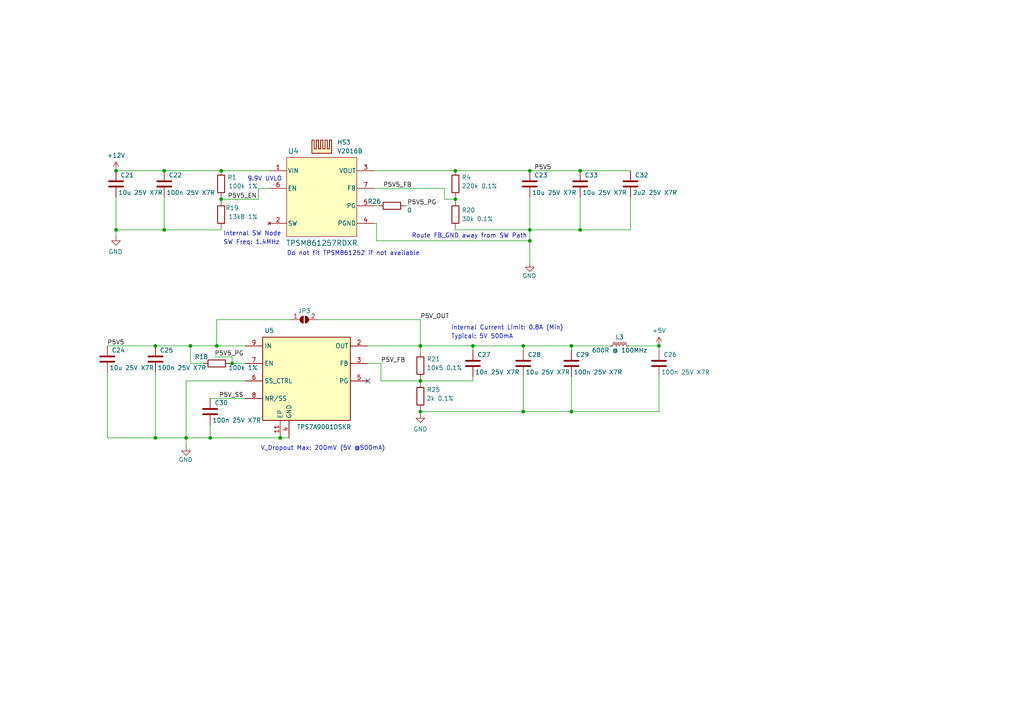
<source format=kicad_sch>
(kicad_sch (version 20230121) (generator eeschema)
  (paper "A4")
  (title_block (title "PSU_5V") (date "2024-10-04") (rev "r0_1") (company "M-Labs Limited") (comment 1 "Linus Woo Chun Kit") (comment 2 "linuswck@m-labs.hk"))
  (lib_symbols
    (symbol "Device:C" (pin_numbers hide) (pin_names (offset 0.254))
      (property "Reference" "C" (at 0.635 2.54 0))
      (property "Value" "C" (at 0.635 -2.54 0))
      (symbol "C_0_1"
        (polyline (pts (xy -2.032 -0.762) (xy 2.032 -0.762)) (stroke (width 0.508)))
        (polyline (pts (xy -2.032 0.762) (xy 2.032 0.762)) (stroke (width 0.508)))
      )
      (symbol "C_1_1"
        (pin passive line (at 0 3.81 270) (length 2.794) (name "~") (number "1"))
        (pin passive line (at 0 -3.81 90) (length 2.794) (name "~") (number "2"))
      )
    )
    (symbol "Device:L_Ferrite_Small" (pin_numbers hide) (pin_names (offset 0.254) hide)
      (property "Reference" "L" (at 1.27 1.016 0))
      (property "Value" "L_Ferrite_Small" (at 1.27 -1.27 0))
      (symbol "L_Ferrite_Small_0_1"
        (arc (start 0 -2.032) (mid 0.5058 -1.524) (end 0 -1.016))
        (arc (start 0 -1.016) (mid 0.5058 -0.508) (end 0 0))
        (polyline (pts (xy 0.762 -1.905) (xy 0.762 -1.651)))
        (polyline (pts (xy 0.762 -1.397) (xy 0.762 -1.143)))
        (polyline (pts (xy 0.762 -0.889) (xy 0.762 -0.635)))
        (polyline (pts (xy 0.762 -0.381) (xy 0.762 -0.127)))
        (polyline (pts (xy 0.762 0.127) (xy 0.762 0.381)))
        (polyline (pts (xy 0.762 0.635) (xy 0.762 0.889)))
        (polyline (pts (xy 0.762 1.143) (xy 0.762 1.397)))
        (polyline (pts (xy 0.762 1.651) (xy 0.762 1.905)))
        (polyline (pts (xy 1.016 -1.651) (xy 1.016 -1.905)))
        (polyline (pts (xy 1.016 -1.143) (xy 1.016 -1.397)))
        (polyline (pts (xy 1.016 -0.635) (xy 1.016 -0.889)))
        (polyline (pts (xy 1.016 -0.127) (xy 1.016 -0.381)))
        (polyline (pts (xy 1.016 0.381) (xy 1.016 0.127)))
        (polyline (pts (xy 1.016 0.889) (xy 1.016 0.635)))
        (polyline (pts (xy 1.016 1.397) (xy 1.016 1.143)))
        (polyline (pts (xy 1.016 1.905) (xy 1.016 1.651)))
        (arc (start 0 0) (mid 0.5058 0.508) (end 0 1.016))
        (arc (start 0 1.016) (mid 0.5058 1.524) (end 0 2.032))
      )
      (symbol "L_Ferrite_Small_1_1"
        (pin passive line (at 0 2.54 270) (length 0.508) (name "~") (number "1"))
        (pin passive line (at 0 -2.54 90) (length 0.508) (name "~") (number "2"))
      )
    )
    (symbol "Device:R" (pin_numbers hide) (pin_names (offset 0))
      (property "Reference" "R" (at 2.032 0 90))
      (property "Value" "R" (at 0 0 90))
      (symbol "R_0_1"
        (rectangle (start -1.016 -2.54) (end 1.016 2.54) (stroke (width 0.254)))
      )
      (symbol "R_1_1"
        (pin passive line (at 0 3.81 270) (length 1.27) (name "~") (number "1"))
        (pin passive line (at 0 -3.81 90) (length 1.27) (name "~") (number "2"))
      )
    )
    (symbol "Jumper:SolderJumper_2_Open" (pin_names (offset 0) hide)
      (property "Reference" "JP" (at 0 2.032 0))
      (property "Value" "SolderJumper_2_Open" (at 0 -2.54 0))
      (symbol "SolderJumper_2_Open_0_1"
        (arc (start -0.254 1.016) (mid -1.2656 0) (end -0.254 -1.016))
        (arc (start -0.254 1.016) (mid -1.2656 0) (end -0.254 -1.016) (fill (type outline)))
        (polyline (pts (xy -0.254 1.016) (xy -0.254 -1.016)))
        (polyline (pts (xy 0.254 1.016) (xy 0.254 -1.016)))
        (arc (start 0.254 -1.016) (mid 1.2656 0) (end 0.254 1.016))
        (arc (start 0.254 -1.016) (mid 1.2656 0) (end 0.254 1.016) (fill (type outline)))
      )
      (symbol "SolderJumper_2_Open_1_1"
        (pin passive line (at -3.81 0 0) (length 2.54) (name "A") (number "1"))
        (pin passive line (at 3.81 0 180) (length 2.54) (name "B") (number "2"))
      )
    )
    (symbol "Mechanical:Heatsink" (pin_names (offset 1.016))
      (property "Reference" "HS" (at 0 5.08 0))
      (property "Value" "Heatsink" (at 0 -1.27 0))
      (symbol "Heatsink_0_1"
        (polyline (pts (xy -0.3302 1.27) (xy -0.9652 1.27) (xy -0.9652 3.81) (xy -1.6002 3.81) (xy -1.6002 1.27) (xy -2.2352 1.27) (xy -2.2352 3.81) (xy -2.8702 3.81) (xy -2.8702 0) (xy -0.9652 0)) (stroke (width 0.254)) (fill (type background)))
        (polyline (pts (xy -0.3302 1.27) (xy -0.3302 3.81) (xy 0.3048 3.81) (xy 0.3048 1.27) (xy 0.9398 1.27) (xy 0.9398 3.81) (xy 1.5748 3.81) (xy 1.5748 1.27) (xy 2.2098 1.27) (xy 2.2098 3.81) (xy 2.8448 3.81) (xy 2.8448 0) (xy -0.9652 0)) (stroke (width 0.254)) (fill (type background)))
      )
    )
    (symbol "power:+12V" (power) (pin_names (offset 0))
      (property "Value" "+12V" (at 0 3.556 0))
      (symbol "+12V_0_1"
        (polyline (pts (xy -0.762 1.27) (xy 0 2.54)))
        (polyline (pts (xy 0 0) (xy 0 2.54)))
        (polyline (pts (xy 0 2.54) (xy 0.762 1.27)))
      )
      (symbol "+12V_1_1"
        (pin power_in line (at 0 0 90) (length 0) hide (name "+12V") (number "1"))
      )
    )
    (symbol "power:+5V" (power) (pin_names (offset 0))
      (property "Value" "+5V" (at 0 3.556 0))
      (symbol "+5V_0_1"
        (polyline (pts (xy -0.762 1.27) (xy 0 2.54)))
        (polyline (pts (xy 0 0) (xy 0 2.54)))
        (polyline (pts (xy 0 2.54) (xy 0.762 1.27)))
      )
      (symbol "+5V_1_1"
        (pin power_in line (at 0 0 90) (length 0) hide (name "+5V") (number "1"))
      )
    )
    (symbol "power:GND" (power) (pin_names (offset 0))
      (property "Value" "GND" (at 0 -3.81 0))
      (symbol "GND_0_1"
        (polyline (pts (xy 0 0) (xy 0 -1.27) (xy 1.27 -1.27) (xy 0 -2.54) (xy -1.27 -1.27) (xy 0 -1.27)))
      )
      (symbol "GND_1_1"
        (pin power_in line (at 0 0 270) (length 0) hide (name "GND") (number "1"))
      )
    )
    (symbol "shuttler_afe_psu:TPS7A9001DSKR"
      (property "Reference" "U" (at 5.08 5.08 0))
      (property "Value" "TPS7A9001DSKR" (at 13.97 -22.86 0))
      (symbol "TPS7A9001DSKR_1_1"
        (rectangle (start 5.08 2.54) (end 30.48 -21.59) (stroke (width 0.254)) (fill (type background)))
        (pin passive line (at 35.56 0 180) (length 5.08) hide (name "OUT_1") (number "1"))
        (pin passive line (at 0 0 0) (length 5.08) hide (name "IN_2") (number "10"))
        (pin passive line (at 10.16 -26.67 90) (length 5.08) (name "EP") (number "11"))
        (pin passive line (at 35.56 0 180) (length 5.08) (name "OUT") (number "2"))
        (pin passive line (at 35.56 -5.08 180) (length 5.08) (name "FB") (number "3"))
        (pin passive line (at 12.7 -26.67 90) (length 5.08) (name "GND") (number "4"))
        (pin passive line (at 35.56 -10.16 180) (length 5.08) (name "PG") (number "5"))
        (pin passive line (at 0 -10.16 0) (length 5.08) (name "SS_CTRL") (number "6"))
        (pin passive line (at 0 -5.08 0) (length 5.08) (name "EN") (number "7"))
        (pin passive line (at 0 -15.24 0) (length 5.08) (name "NR/SS") (number "8"))
        (pin passive line (at 0 0 0) (length 5.08) (name "IN") (number "9"))
      )
    )
    (symbol "shuttler_afe_psu:TPSM861257RDXR" (pin_names (offset 0.254))
      (property "Reference" "U" (at 6.35 5.08 0))
      (property "Value" "TPSM861257RDXR" (at 16.51 -20.32 0))
      (symbol "TPSM861257RDXR_0_1"
        (pin passive line (at 0 0 0) (length 5.08) (name "VIN") (number "1"))
        (pin passive line (at 30.48 0 180) (length 5.08) (name "VOUT") (number "3"))
        (pin passive line (at 30.48 -15.24 180) (length 5.08) (name "PGND") (number "4"))
        (pin passive line (at 30.48 -10.16 180) (length 5.08) (name "PG") (number "5"))
        (pin passive line (at 0 -5.08 0) (length 5.08) (name "EN") (number "6"))
        (pin passive line (at 30.48 -5.08 180) (length 5.08) (name "FB") (number "7"))
      )
      (symbol "TPSM861257RDXR_1_1"
        (rectangle (start 5.08 3.81) (end 25.4 -19.05) (fill (type background)))
        (pin no_connect line (at 0 -15.24 0) (length 5.08) (name "SW") (number "2"))
      )
    )
  )
  (junction (at 53.975 127))
  (junction (at 121.92 100.33))
  (junction (at 33.655 49.53))
  (junction (at 55.245 100.33))
  (junction (at 132.08 57.785))
  (junction (at 168.275 66.675))
  (junction (at 47.625 66.675))
  (junction (at 132.08 49.53))
  (junction (at 151.765 119.38))
  (junction (at 168.275 49.53))
  (junction (at 191.135 100.33))
  (junction (at 153.67 66.675))
  (junction (at 33.655 66.675))
  (junction (at 81.28 127))
  (junction (at 45.085 100.33))
  (junction (at 165.735 100.33))
  (junction (at 67.31 105.41))
  (junction (at 45.085 127))
  (junction (at 121.92 119.38))
  (junction (at 47.625 49.53))
  (junction (at 153.67 49.53))
  (junction (at 151.765 100.33))
  (junction (at 64.135 57.785))
  (junction (at 137.16 100.33))
  (junction (at 121.92 110.49))
  (junction (at 64.135 49.53))
  (junction (at 153.67 69.85))
  (junction (at 60.96 127))
  (junction (at 62.865 100.33))
  (junction (at 165.735 119.38))
  (no_connect (at 106.68 110.49))
  (wire (pts (xy 121.92 119.38) (xy 121.92 118.745)))
  (wire (pts (xy 151.765 109.22) (xy 151.765 119.38)))
  (wire (pts (xy 110.49 110.49) (xy 121.92 110.49)))
  (wire (pts (xy 132.08 49.53) (xy 153.67 49.53)))
  (wire (pts (xy 121.92 100.33) (xy 106.68 100.33)))
  (wire (pts (xy 168.275 57.15) (xy 168.275 66.675)))
  (wire (pts (xy 64.135 66.675) (xy 64.135 66.04)))
  (wire (pts (xy 60.96 127) (xy 60.96 123.19)))
  (wire (pts (xy 137.16 100.33) (xy 151.765 100.33)))
  (wire (pts (xy 33.655 49.53) (xy 47.625 49.53)))
  (wire (pts (xy 60.96 127) (xy 81.28 127)))
  (wire (pts (xy 45.085 127) (xy 31.115 127)))
  (wire (pts (xy 81.28 127) (xy 83.82 127)))
  (wire (pts (xy 121.92 111.125) (xy 121.92 110.49)))
  (wire (pts (xy 108.585 54.61) (xy 128.905 54.61)))
  (wire (pts (xy 59.055 105.41) (xy 55.245 105.41)))
  (wire (pts (xy 128.905 54.61) (xy 128.905 57.785)))
  (wire (pts (xy 191.135 100.33) (xy 182.245 100.33)))
  (wire (pts (xy 109.855 59.69) (xy 108.585 59.69)))
  (wire (pts (xy 121.92 110.49) (xy 121.92 109.855)))
  (wire (pts (xy 31.115 107.95) (xy 31.115 127)))
  (wire (pts (xy 64.135 57.785) (xy 64.135 57.15)))
  (wire (pts (xy 121.92 120.015) (xy 121.92 119.38)))
  (wire (pts (xy 137.16 110.49) (xy 121.92 110.49)))
  (wire (pts (xy 165.735 109.22) (xy 165.735 119.38)))
  (wire (pts (xy 33.655 68.58) (xy 33.655 66.675)))
  (wire (pts (xy 60.96 115.57) (xy 71.12 115.57)))
  (wire (pts (xy 151.765 100.33) (xy 151.765 101.6)))
  (wire (pts (xy 153.67 69.85) (xy 153.67 76.2)))
  (wire (pts (xy 132.08 66.675) (xy 153.67 66.675)))
  (wire (pts (xy 191.135 109.22) (xy 191.135 119.38)))
  (wire (pts (xy 47.625 49.53) (xy 64.135 49.53)))
  (wire (pts (xy 121.92 92.71) (xy 121.92 100.33)))
  (wire (pts (xy 64.135 49.53) (xy 78.105 49.53)))
  (wire (pts (xy 153.67 57.15) (xy 153.67 66.675)))
  (wire (pts (xy 191.135 119.38) (xy 165.735 119.38)))
  (wire (pts (xy 53.975 127) (xy 53.975 110.49)))
  (wire (pts (xy 66.675 105.41) (xy 67.31 105.41)))
  (wire (pts (xy 62.23 103.505) (xy 67.31 103.505)))
  (wire (pts (xy 132.08 57.15) (xy 132.08 57.785)))
  (wire (pts (xy 109.22 64.77) (xy 109.22 69.85)))
  (wire (pts (xy 137.16 109.22) (xy 137.16 110.49)))
  (wire (pts (xy 64.135 57.785) (xy 74.93 57.785)))
  (wire (pts (xy 109.22 69.85) (xy 153.67 69.85)))
  (wire (pts (xy 67.31 103.505) (xy 67.31 105.41)))
  (wire (pts (xy 132.08 49.53) (xy 108.585 49.53)))
  (wire (pts (xy 153.67 66.675) (xy 168.275 66.675)))
  (wire (pts (xy 106.68 105.41) (xy 110.49 105.41)))
  (wire (pts (xy 121.92 102.235) (xy 121.92 100.33)))
  (wire (pts (xy 45.085 107.95) (xy 45.085 127)))
  (wire (pts (xy 47.625 66.675) (xy 64.135 66.675)))
  (wire (pts (xy 153.67 66.675) (xy 153.67 69.85)))
  (wire (pts (xy 55.245 100.33) (xy 62.865 100.33)))
  (wire (pts (xy 74.93 54.61) (xy 78.105 54.61)))
  (wire (pts (xy 84.455 92.71) (xy 62.865 92.71)))
  (wire (pts (xy 109.22 64.77) (xy 108.585 64.77)))
  (wire (pts (xy 151.765 100.33) (xy 165.735 100.33)))
  (wire (pts (xy 132.08 57.785) (xy 132.08 58.42)))
  (wire (pts (xy 33.655 66.675) (xy 47.625 66.675)))
  (wire (pts (xy 191.135 101.6) (xy 191.135 100.33)))
  (wire (pts (xy 47.625 57.15) (xy 47.625 66.675)))
  (wire (pts (xy 31.115 100.33) (xy 45.085 100.33)))
  (wire (pts (xy 168.275 49.53) (xy 182.88 49.53)))
  (wire (pts (xy 153.67 49.53) (xy 168.275 49.53)))
  (wire (pts (xy 118.11 59.69) (xy 117.475 59.69)))
  (wire (pts (xy 55.245 105.41) (xy 55.245 100.33)))
  (wire (pts (xy 128.905 57.785) (xy 132.08 57.785)))
  (wire (pts (xy 137.16 100.33) (xy 121.92 100.33)))
  (wire (pts (xy 62.865 100.33) (xy 71.12 100.33)))
  (wire (pts (xy 53.975 110.49) (xy 71.12 110.49)))
  (wire (pts (xy 45.085 127) (xy 53.975 127)))
  (wire (pts (xy 92.075 92.71) (xy 121.92 92.71)))
  (wire (pts (xy 132.08 66.675) (xy 132.08 66.04)))
  (wire (pts (xy 45.085 100.33) (xy 55.245 100.33)))
  (wire (pts (xy 110.49 105.41) (xy 110.49 110.49)))
  (wire (pts (xy 182.88 66.675) (xy 182.88 57.15)))
  (wire (pts (xy 53.975 129.54) (xy 53.975 127)))
  (wire (pts (xy 137.16 101.6) (xy 137.16 100.33)))
  (wire (pts (xy 165.735 119.38) (xy 151.765 119.38)))
  (wire (pts (xy 74.93 57.785) (xy 74.93 54.61)))
  (wire (pts (xy 177.165 100.33) (xy 165.735 100.33)))
  (wire (pts (xy 33.655 57.15) (xy 33.655 66.675)))
  (wire (pts (xy 64.135 58.42) (xy 64.135 57.785)))
  (wire (pts (xy 62.865 92.71) (xy 62.865 100.33)))
  (wire (pts (xy 53.975 127) (xy 60.96 127)))
  (wire (pts (xy 151.765 119.38) (xy 121.92 119.38)))
  (wire (pts (xy 67.31 105.41) (xy 71.12 105.41)))
  (wire (pts (xy 182.88 66.675) (xy 168.275 66.675)))
  (wire (pts (xy 165.735 100.33) (xy 165.735 101.6)))
  (text "Do not fit TPSM861252 if not available" (at 83.185 74.295 0) (effects (font (size 1.27 1.27)) (justify left bottom)))
  (text "Typical: 5V 500mA" (at 130.81 98.425 0) (effects (font (size 1.27 1.27)) (justify left bottom)))
  (text "9.9V UVLO" (at 71.755 52.705 0) (effects (font (size 1.27 1.27)) (justify left bottom)))
  (text "Internal Current Limit: 0.8A (Min)" (at 130.81 95.885 0) (effects (font (size 1.27 1.27)) (justify left bottom)))
  (text "SW Freq: 1.4MHz" (at 64.77 71.12 0) (effects (font (size 1.27 1.27)) (justify left bottom)))
  (text "Internal SW Node" (at 64.77 68.58 0) (effects (font (size 1.27 1.27)) (justify left bottom)))
  (text "V_Dropout Max: 200mV (5V @500mA)" (at 75.565 130.81 0) (effects (font (size 1.27 1.27)) (justify left bottom)))
  (text "Route FB_GND away from SW Path" (at 119.38 69.215 0) (effects (font (size 1.27 1.27)) (justify left bottom)))
  (label "P5V5" (at 154.94 49.53 0))
  (label "P5V5_EN" (at 66.04 57.785 0))
  (label "P5V_FB" (at 110.49 105.41 0))
  (label "P5V5" (at 31.115 100.33 0))
  (label "P5V_OUT" (at 121.92 92.71 0))
  (label "P5V5_PG" (at 118.11 59.69 0))
  (label "P5V5_FB" (at 111.125 54.61 0))
  (label "P5V5_PG" (at 62.23 103.505 0))
  (label "P5V_SS" (at 63.5 115.57 0))
  (symbol (lib_id "Device:R") (at 132.08 53.34 0) (unit 1)
    (property "Reference" "R4" (at 135.255 51.435 0))
    (property "Value" "220k 0.1%" (at 139.065 53.975 0))
    (property "Footprint" "Resistor_SMD:R_0603_1608Metric" (effects hide))
    (property "MFR_PN" "CPF-A-0603B220KE" (effects hide))
  )
  (symbol (lib_id "power:GND") (at 33.655 68.58 0) (unit 1)
    (property "Reference" "#PWR027" (effects hide))
    (property "Value" "GND" (at 35.56 73.025 0) (effects (justify right)))
  )
  (symbol (lib_id "power:GND") (at 121.92 120.015 0) (unit 1)
    (property "Reference" "#PWR028" (effects hide))
    (property "Value" "GND" (at 121.92 124.46 0))
  )
  (symbol (lib_id "Device:C") (at 168.275 53.34 0) (unit 1)
    (property "Reference" "C33" (at 169.545 50.8 0) (effects (justify left)))
    (property "Value" "10u 25V X7R" (at 168.91 55.88 0) (effects (justify left)))
    (property "Footprint" "Capacitor_SMD:C_0805_2012Metric" (effects hide))
    (property "MFR_PN" "GRM21BZ71E106KE15L" (effects hide))
  )
  (symbol (lib_id "Device:C") (at 151.765 105.41 0) (unit 1)
    (property "Reference" "C28" (at 153.035 102.87 0) (effects (justify left)))
    (property "Value" "10u 25V X7R" (at 152.4 107.95 0) (effects (justify left)))
    (property "Footprint" "Capacitor_SMD:C_0805_2012Metric" (effects hide))
    (property "MFR_PN" "GRM21BZ71E106KE15L" (effects hide))
  )
  (symbol (lib_id "Device:C") (at 191.135 105.41 0) (unit 1)
    (property "Reference" "C26" (at 192.405 102.87 0) (effects (justify left)))
    (property "Value" "100n 25V X7R" (at 191.77 107.95 0) (effects (justify left)))
    (property "Footprint" "Capacitor_SMD:C_0603_1608Metric" (effects hide))
    (property "MFR_PN" "CC0603MPX7R8BB104" (effects hide))
  )
  (symbol (lib_id "Device:R") (at 62.865 105.41 90) (unit 1)
    (property "Reference" "R18" (at 58.42 103.505 90))
    (property "Value" "100k 1%" (at 70.485 106.68 90))
    (property "Footprint" "Resistor_SMD:R_0603_1608Metric" (effects hide))
    (property "MFR_PN" "CRCW0603100KFKEE" (effects hide))
  )
  (symbol (lib_id "Device:R") (at 64.135 53.34 0) (unit 1)
    (property "Reference" "R1" (at 67.31 51.435 0))
    (property "Value" "100k 1%" (at 70.485 53.975 0))
    (property "Footprint" "Resistor_SMD:R_0603_1608Metric" (effects hide))
    (property "MFR_PN" "CRCW0603100KFKEE" (effects hide))
  )
  (symbol (lib_id "power:GND") (at 53.975 129.54 0) (unit 1)
    (property "Reference" "#PWR029" (effects hide))
    (property "Value" "GND" (at 55.88 133.35 0) (effects (justify right)))
  )
  (symbol (lib_id "Device:C") (at 137.16 105.41 0) (unit 1)
    (property "Reference" "C27" (at 138.43 102.87 0) (effects (justify left)))
    (property "Value" "10n 25V X7R" (at 137.795 107.95 0) (effects (justify left)))
    (property "Footprint" "Capacitor_SMD:C_0603_1608Metric" (effects hide))
    (property "MFR_PN" "CL10B103KA8WPNC" (effects hide))
  )
  (symbol (lib_id "Device:C") (at 47.625 53.34 0) (unit 1)
    (property "Reference" "C22" (at 48.895 50.8 0) (effects (justify left)))
    (property "Value" "100n 25V X7R" (at 48.26 55.88 0) (effects (justify left)))
    (property "Footprint" "Capacitor_SMD:C_0603_1608Metric" (effects hide))
    (property "MFR_PN" "CC0603MPX7R8BB104" (effects hide))
  )
  (symbol (lib_id "power:+12V") (at 33.655 49.53 0) (unit 1)
    (property "Reference" "#PWR024" (effects hide))
    (property "Value" "+12V" (at 33.655 45.085 0))
  )
  (symbol (lib_id "Device:R") (at 132.08 62.23 180) (unit 1)
    (property "Reference" "R20" (at 135.89 60.96 0))
    (property "Value" "30k 0.1%" (at 138.43 63.5 0))
    (property "Footprint" "Resistor_SMD:R_0603_1608Metric" (effects hide))
    (property "MFR_PN" "ERA-3AEB303V" (effects hide))
  )
  (symbol (lib_id "power:+5V") (at 191.135 100.33 0) (unit 1)
    (property "Reference" "#PWR025" (effects hide))
    (property "Value" "+5V" (at 191.135 95.885 0))
  )
  (symbol (lib_id "Device:R") (at 121.92 114.935 0) (unit 1)
    (property "Reference" "R25" (at 125.73 113.03 0))
    (property "Value" "2k 0.1%" (at 127.635 115.57 0))
    (property "Footprint" "Resistor_SMD:R_0603_1608Metric" (effects hide))
    (property "MFR_PN" "ERA-3AEB202V" (effects hide))
  )
  (symbol (lib_id "Device:C") (at 31.115 104.14 0) (unit 1)
    (property "Reference" "C24" (at 32.385 101.6 0) (effects (justify left)))
    (property "Value" "10u 25V X7R" (at 31.75 106.68 0) (effects (justify left)))
    (property "Footprint" "Capacitor_SMD:C_0805_2012Metric" (effects hide))
    (property "MFR_PN" "GRM21BZ71E106KE15L" (effects hide))
  )
  (symbol (lib_id "power:GND") (at 153.67 76.2 0) (unit 1)
    (property "Reference" "#PWR026" (effects hide))
    (property "Value" "GND" (at 155.575 80.01 0) (effects (justify right)))
  )
  (symbol (lib_id "Device:R") (at 121.92 106.045 0) (unit 1)
    (property "Reference" "R21" (at 125.73 104.14 0))
    (property "Value" "10k5 0.1%" (at 128.905 106.68 0))
    (property "Footprint" "Resistor_SMD:R_0603_1608Metric" (effects hide))
    (property "MFR_PN" "ERA-3ARB1052V" (effects hide))
  )
  (symbol (lib_id "shuttler_afe_psu:TPSM861257RDXR") (at 78.105 49.53 0) (unit 1)
    (property "Reference" "U4" (at 85.09 43.815 0) (effects (font (size 1.524 1.524))))
    (property "Value" "TPSM861257RDXR" (at 93.345 70.485 0) (effects (font (size 1.524 1.524))))
    (property "Footprint" "shuttler_afe_psu:RDX0007A-MFG" (effects hide))
    (property "Datasheet" "TPSM861257RDXR" (effects hide))
    (property "MFR_PN" "TPSM861257RDXR" (effects hide))
  )
  (symbol (lib_id "Device:C") (at 153.67 53.34 0) (unit 1)
    (property "Reference" "C23" (at 154.94 50.8 0) (effects (justify left)))
    (property "Value" "10u 25V X7R" (at 154.305 55.88 0) (effects (justify left)))
    (property "Footprint" "Capacitor_SMD:C_0805_2012Metric" (effects hide))
    (property "MFR_PN" "GRM21BZ71E106KE15L" (effects hide))
  )
  (symbol (lib_id "Device:C") (at 182.88 53.34 0) (unit 1)
    (property "Reference" "C32" (at 184.15 50.8 0) (effects (justify left)))
    (property "Value" "2u2 25V X7R" (at 183.515 55.88 0) (effects (justify left)))
    (property "Footprint" "Capacitor_SMD:C_0805_2012Metric" (effects hide))
    (property "MFR_PN" "TMK212B7225KGHT" (effects hide))
  )
  (symbol (lib_id "Device:R") (at 64.135 62.23 180) (unit 1)
    (property "Reference" "R19" (at 67.31 60.325 0))
    (property "Value" "13k8 1%" (at 70.485 62.865 0))
    (property "Footprint" "Resistor_SMD:R_0603_1608Metric" (effects hide))
    (property "MFR_PN" "RT0603BRD0713K8L" (effects hide))
  )
  (symbol (lib_id "Device:C") (at 33.655 53.34 0) (unit 1)
    (property "Reference" "C21" (at 34.925 50.8 0) (effects (justify left)))
    (property "Value" "10u 25V X7R" (at 34.29 55.88 0) (effects (justify left)))
    (property "Footprint" "Capacitor_SMD:C_0805_2012Metric" (effects hide))
    (property "MFR_PN" "GRM21BZ71E106KE15L" (effects hide))
  )
  (symbol (lib_id "shuttler_afe_psu:TPS7A9001DSKR") (at 71.12 100.33 0) (unit 1)
    (property "Reference" "U5" (at 78.105 95.885 0))
    (property "Value" "TPS7A9001DSKR" (at 93.98 123.825 0))
    (property "Footprint" "SON50P250X250X80-11N-D" (effects hide))
    (property "Datasheet" "http://www.ti.com/lit/ds/symlink/tps7a90.pdf" (effects hide))
    (property "Height" "0.8" (effects hide))
    (property "Mouser Part Number" "595-TPS7A9001DSKR" (effects hide))
    (property "Mouser Price/Stock" "https://www.mouser.co.uk/ProductDetail/Texas-Instruments/TPS7A9001DSKR?qs=HXFqYaX1Q2yNBmXsSlbG3g%3D%3D" (effects hide))
    (property "Manufacturer_Name" "Texas Instruments" (effects hide))
    (property "Manufacturer_Part_Number" "TPS7A9001DSKR" (effects hide))
    (property "MFR_PN" "TPS7A9001DSKR" (effects hide))
  )
  (symbol (lib_id "Device:R") (at 113.665 59.69 270) (unit 1)
    (property "Reference" "R26" (at 108.585 58.42 90))
    (property "Value" "0" (at 118.745 60.96 90))
    (property "Footprint" "Resistor_SMD:R_0603_1608Metric" (effects hide))
    (property "MFR_PN" "MCT0603MZ0000ZPW00" (effects hide))
  )
  (symbol (lib_id "Jumper:SolderJumper_2_Open") (at 88.265 92.71 0) (unit 1) (in_bom no)
    (property "Reference" "JP3" (at 88.265 90.17 0))
    (property "Value" "SolderJumper_2_Open" (effects hide))
    (property "Footprint" "Jumper:SolderJumper-2_P1.3mm_Open_Pad1.0x1.5mm" (effects hide))
  )
  (symbol (lib_id "Device:C") (at 45.085 104.14 0) (unit 1)
    (property "Reference" "C25" (at 46.355 101.6 0) (effects (justify left)))
    (property "Value" "100n 25V X7R" (at 45.72 106.68 0) (effects (justify left)))
    (property "Footprint" "Capacitor_SMD:C_0603_1608Metric" (effects hide))
    (property "MFR_PN" "CC0603MPX7R8BB104" (effects hide))
  )
  (symbol (lib_id "Device:C") (at 165.735 105.41 0) (unit 1)
    (property "Reference" "C29" (at 167.005 102.87 0) (effects (justify left)))
    (property "Value" "100n 25V X7R" (at 166.37 107.95 0) (effects (justify left)))
    (property "Footprint" "Capacitor_SMD:C_0603_1608Metric" (effects hide))
    (property "MFR_PN" "CC0603MPX7R8BB104" (effects hide))
  )
  (symbol (lib_id "Device:C") (at 60.96 119.38 0) (unit 1)
    (property "Reference" "C30" (at 62.23 116.84 0) (effects (justify left)))
    (property "Value" "100n 25V X7R" (at 61.595 121.92 0) (effects (justify left)))
    (property "Footprint" "Capacitor_SMD:C_0603_1608Metric" (effects hide))
    (property "MFR_PN" "CC0603MPX7R8BB104" (effects hide))
  )
  (symbol (lib_id "Mechanical:Heatsink") (at 93.345 44.45 0) (unit 1) (on_board no)
    (property "Reference" "HS3" (at 97.79 41.275 0) (effects (justify left)))
    (property "Value" "V2016B" (at 97.79 43.815 0) (effects (justify left)))
    (property "MFR_PN" "V2016B" (effects hide))
  )
  (symbol (lib_id "Device:L_Ferrite_Small") (at 179.705 100.33 90) (unit 1)
    (property "Reference" "L3" (at 179.705 97.79 90))
    (property "Value" "600R @ 100MHz" (at 179.705 101.6 90))
    (property "Footprint" "Inductor_SMD:L_0805_2012Metric" (effects hide))
    (property "MFR_PN" "742792040 " (effects hide))
  )
)
</source>
